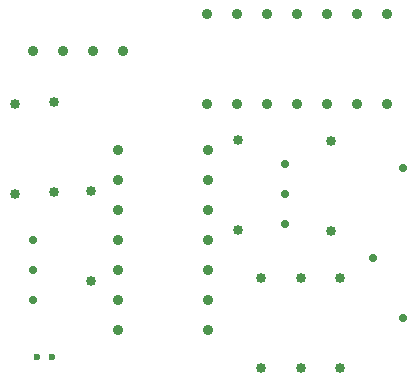
<source format=gbr>
%TF.GenerationSoftware,Altium Limited,Altium Designer,23.11.1 (41)*%
G04 Layer_Color=0*
%FSLAX45Y45*%
%MOMM*%
%TF.SameCoordinates,34E30776-E539-4141-9B1E-1B59BE426CC6*%
%TF.FilePolarity,Positive*%
%TF.FileFunction,Plated,1,2,PTH,Drill*%
%TF.Part,Single*%
G01*
G75*
%TA.AperFunction,ComponentDrill*%
%ADD33C,0.85000*%
%ADD34C,0.70000*%
%ADD35C,0.60000*%
%ADD36C,0.90000*%
%ADD37C,0.90000*%
D33*
X9118600Y7391400D02*
D03*
Y6629400D02*
D03*
X6692900Y8877300D02*
D03*
Y8115300D02*
D03*
X8445500Y7391400D02*
D03*
Y6629400D02*
D03*
X6362700Y8864600D02*
D03*
Y8102600D02*
D03*
X7010400Y8128000D02*
D03*
Y7366000D02*
D03*
X8255000Y8559800D02*
D03*
Y7797800D02*
D03*
X9042400Y8547100D02*
D03*
Y7785100D02*
D03*
X8788400Y6629400D02*
D03*
Y7391400D02*
D03*
D34*
X6514602Y7200900D02*
D03*
Y7454900D02*
D03*
Y7708900D02*
D03*
X9652000Y8318500D02*
D03*
X9398000Y7556500D02*
D03*
X9652000Y7048500D02*
D03*
X8648700Y8356600D02*
D03*
Y8102600D02*
D03*
Y7848600D02*
D03*
D35*
X6553200Y6718300D02*
D03*
X6680200D02*
D03*
D36*
X8001000Y6946900D02*
D03*
Y7200900D02*
D03*
Y7454900D02*
D03*
Y7708900D02*
D03*
Y7962900D02*
D03*
Y8216900D02*
D03*
Y8470900D02*
D03*
X7239000Y6946900D02*
D03*
Y7200900D02*
D03*
Y7454900D02*
D03*
Y7708900D02*
D03*
Y7962900D02*
D03*
Y8216900D02*
D03*
Y8470900D02*
D03*
X6515100Y9309100D02*
D03*
X6769100D02*
D03*
X7023100D02*
D03*
X7277100D02*
D03*
D37*
X9512300Y9626600D02*
D03*
X9258300D02*
D03*
X9004300D02*
D03*
X8750300D02*
D03*
X8496300D02*
D03*
X8242300D02*
D03*
X7988300D02*
D03*
X9512300Y8864600D02*
D03*
X9258300D02*
D03*
X9004300D02*
D03*
X8750300D02*
D03*
X8496300D02*
D03*
X8242300D02*
D03*
X7988300D02*
D03*
%TF.MD5,4cc8ca4a674ff878cbe16fd7cafc5709*%
M02*

</source>
